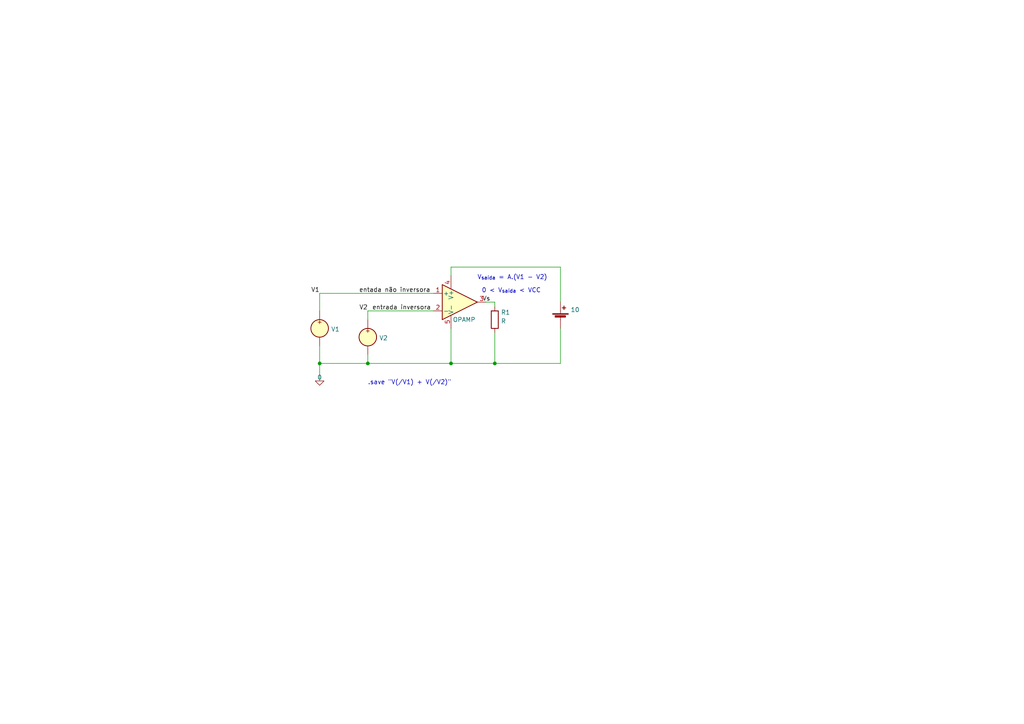
<source format=kicad_sch>
(kicad_sch (version 20211123) (generator eeschema)
  (paper "A4")
  (lib_symbols
    (symbol "Device:Battery_Cell" (pin_numbers hide) (pin_names (offset 0) hide)
      (property "Reference" "BT" (at 2.54 2.54 0))
      (property "Value" "Battery_Cell" (at 2.54 0 0))
      (symbol "Battery_Cell_0_1"
        (rectangle (start -2.286 1.778) (end 2.286 1.524) (fill (type outline)))
        (rectangle (start -1.5748 1.1938) (end 1.4732 0.6858) (fill (type outline)))
        (polyline (pts (xy 0 0.762) (xy 0 0)))
        (polyline (pts (xy 0 1.778) (xy 0 2.54)))
        (polyline (pts (xy 0.508 3.429) (xy 1.524 3.429)) (stroke (width 0.254)))
        (polyline (pts (xy 1.016 3.937) (xy 1.016 2.921)) (stroke (width 0.254)))
      )
      (symbol "Battery_Cell_1_1"
        (pin passive line (at 0 5.08 270) (length 2.54) (name "+") (number "1"))
        (pin passive line (at 0 -2.54 90) (length 2.54) (name "-") (number "2"))
      )
    )
    (symbol "Device:R" (pin_numbers hide) (pin_names (offset 0))
      (property "Reference" "R" (at 2.032 0 90))
      (property "Value" "R" (at 0 0 90))
      (symbol "R_0_1"
        (rectangle (start -1.016 -2.54) (end 1.016 2.54) (stroke (width 0.254)))
      )
      (symbol "R_1_1"
        (pin passive line (at 0 3.81 270) (length 1.27) (name "~") (number "1"))
        (pin passive line (at 0 -3.81 90) (length 1.27) (name "~") (number "2"))
      )
    )
    (symbol "Personalizados:VGEN" (pin_numbers hide) (pin_names (offset 0.0254))
      (property "Reference" "V" (at 2.54 2.54 0))
      (property "Value" "VGEN" (at 2.54 0 0))
      (symbol "VGEN_0_0"
        (text "+" (at 0 1.905 0) (effects (font (size 1.27 1.27))))
      )
      (symbol "VGEN_0_1"
        (circle (center 0 0) (radius 2.54) (stroke (width 0.254)) (fill (type background)))
      )
      (symbol "VGEN_1_1"
        (pin passive line (at 0 5.08 270) (length 2.54) (name "~") (number "1"))
        (pin passive line (at 0 -5.08 90) (length 2.54) (name "~") (number "2"))
      )
    )
    (symbol "pspice:0" (power) (pin_names (offset 0))
      (property "Value" "0" (at 0 -1.778 0))
      (symbol "0_0_1"
        (polyline (pts (xy -1.27 0) (xy 0 -1.27) (xy 1.27 0) (xy -1.27 0)))
      )
      (symbol "0_1_1"
        (pin power_in line (at 0 0 0) (length 0) hide (name "0") (number "1"))
      )
    )
    (symbol "pspice:OPAMP" (pin_names (offset 0.254))
      (property "Reference" "U" (at 3.81 3.175 0))
      (property "Value" "OPAMP" (at 3.81 -3.175 0))
      (symbol "OPAMP_0_1"
        (polyline (pts (xy 5.08 0) (xy -5.08 5.08) (xy -5.08 -5.08) (xy 5.08 0)) (stroke (width 0.254)) (fill (type background)))
      )
      (symbol "OPAMP_1_1"
        (pin input line (at -7.62 2.54 0) (length 2.54) (name "+") (number "1"))
        (pin input line (at -7.62 -2.54 0) (length 2.54) (name "-") (number "2"))
        (pin output line (at 7.62 0 180) (length 2.54) (name "~") (number "3"))
        (pin power_in line (at -2.54 7.62 270) (length 3.81) (name "V+") (number "4"))
        (pin power_in line (at -2.54 -7.62 90) (length 3.81) (name "V-") (number "5"))
      )
    )
  )
  (junction (at 130.81 105.41))
  (junction (at 143.51 105.41))
  (junction (at 106.68 105.41))
  (junction (at 92.71 105.41))
  (wire (pts (xy 106.68 102.87) (xy 106.68 105.41)))
  (wire (pts (xy 106.68 90.17) (xy 106.68 92.71)))
  (wire (pts (xy 130.81 80.01) (xy 130.81 77.47)))
  (wire (pts (xy 92.71 105.41) (xy 92.71 110.49)))
  (wire (pts (xy 162.56 95.25) (xy 162.56 105.41)))
  (wire (pts (xy 92.71 105.41) (xy 92.71 100.33)))
  (wire (pts (xy 140.97 87.63) (xy 143.51 87.63)))
  (wire (pts (xy 143.51 105.41) (xy 162.56 105.41)))
  (wire (pts (xy 125.73 90.17) (xy 106.68 90.17)))
  (wire (pts (xy 162.56 77.47) (xy 162.56 87.63)))
  (wire (pts (xy 130.81 95.25) (xy 130.81 105.41)))
  (wire (pts (xy 106.68 105.41) (xy 92.71 105.41)))
  (wire (pts (xy 92.71 90.17) (xy 92.71 85.09)))
  (wire (pts (xy 130.81 105.41) (xy 143.51 105.41)))
  (wire (pts (xy 143.51 96.52) (xy 143.51 105.41)))
  (wire (pts (xy 130.81 105.41) (xy 106.68 105.41)))
  (wire (pts (xy 92.71 85.09) (xy 125.73 85.09)))
  (wire (pts (xy 143.51 87.63) (xy 143.51 88.9)))
  (wire (pts (xy 130.81 77.47) (xy 162.56 77.47)))
  (text ".save \"V(/V1) + V(/V2)\"" (at 106.68 111.76 0) (effects (font (size 1.27 1.27)) (justify left bottom)))
  (text "V_{saída} = A.(V1 - V2)" (at 138.43 81.28 0) (effects (font (size 1.27 1.27)) (justify left bottom)))
  (text "0 < V_{saída} < VCC" (at 139.7 85.09 0) (effects (font (size 1.27 1.27)) (justify left bottom)))
  (label "V1" (at 92.71 85.09 180))
  (label "V2" (at 106.68 90.17 180))
  (label "entada não inversora" (at 104.14 85.09 0))
  (label "Vs" (at 142.24 87.63 180))
  (label "entrada inversora" (at 107.95 90.17 0))
  (symbol (lib_id "Personalizados:VGEN") (at 106.68 97.79 0) (unit 1)
    (property "Reference" "V2" (at 109.982 98.034 0) (effects (justify left)))
    (property "Value" "VGEN" (effects hide))
    (property "Spice_Primitive" "V" (effects hide))
    (property "Spice_Model" "dc 5" (at 101.6 102.87 0) (effects (justify left)))
    (property "Spice_Netlist_Enabled" "Y" (effects hide))
  )
  (symbol (lib_id "pspice:OPAMP") (at 133.35 87.63 0) (unit 1)
    (property "Reference" "U1" (effects hide))
    (property "Value" "OPAMP" (at 134.62 92.71 0))
    (property "Spice_Primitive" "X" (effects hide))
    (property "Spice_Model" "LM324N" (effects hide))
    (property "Spice_Netlist_Enabled" "Y" (effects hide))
    (property "Spice_Lib_File" "/home/mpt/Documentos/Projetos/kicad-libraries/kicad-spice-library/Models/uncategorized/spice_complete/NATBJT.LIB" (effects hide))
    (property "Spice_Node_Sequence" "1 2 4 5 3" (effects hide))
  )
  (symbol (lib_id "Device:Battery_Cell") (at 162.56 92.71 0) (unit 1)
    (property "Reference" "BT1" (effects hide))
    (property "Value" "VCC" (at 165.481 89.8433 0) (effects (justify left)))
    (property "Spice_Primitive" "I" (effects hide))
    (property "Spice_Model" "dc 10" (at 165.481 92.3802 0) (effects (justify left)))
    (property "Spice_Netlist_Enabled" "Y" (effects hide))
  )
  (symbol (lib_id "Device:R") (at 143.51 92.71 0) (unit 1)
    (property "Reference" "R1" (at 145.288 90.6069 0) (effects (justify left)))
    (property "Value" "R" (at 145.288 93.1438 0) (effects (justify left)))
    (property "Spice_Primitive" "R" (effects hide))
    (property "Spice_Model" "10k" (at 145.288 95.6807 0) (effects (justify left)))
    (property "Spice_Netlist_Enabled" "Y" (effects hide))
  )
  (symbol (lib_id "pspice:0") (at 92.71 110.49 0) (unit 1)
    (property "Reference" "#GND?" (effects hide))
    (property "Value" "0" (at 92.71 109.4542 0))
  )
  (symbol (lib_id "Personalizados:VGEN") (at 92.71 95.25 0) (unit 1)
    (property "Reference" "V1" (at 96.012 95.494 0) (effects (justify left)))
    (property "Value" "VGEN" (effects hide))
    (property "Spice_Primitive" "V" (effects hide))
    (property "Spice_Model" "dc 5" (at 87.63 100.33 0) (effects (justify left)))
    (property "Spice_Netlist_Enabled" "Y" (effects hide))
  )
)
</source>
